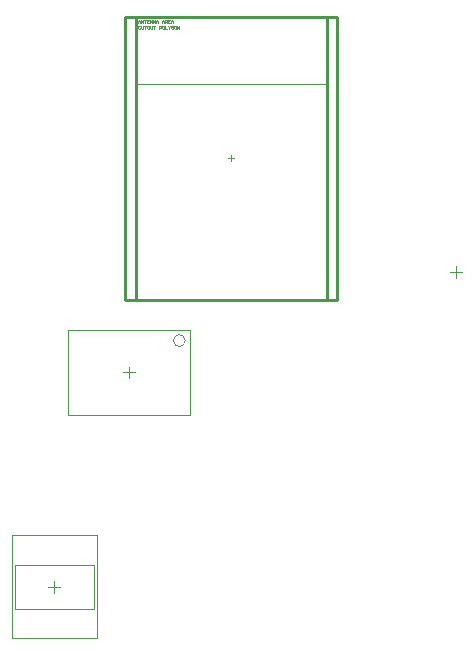
<source format=gm1>
G04 Layer_Color=16711935*
%FSLAX25Y25*%
%MOIN*%
G70*
G01*
G75*
%ADD18C,0.00394*%
%ADD19C,0.01000*%
%ADD20C,0.00200*%
%ADD21C,0.00197*%
D18*
X98701Y103630D02*
G03*
X98701Y103630I-1969J0D01*
G01*
X41811Y14279D02*
X68189D01*
X41811Y28886D02*
X68189D01*
X41811Y14279D02*
Y28886D01*
X68189Y14279D02*
Y28886D01*
X59724Y107173D02*
X100276D01*
X59724Y78827D02*
X100276D01*
Y107173D01*
X59724Y78827D02*
Y107173D01*
X55000Y19614D02*
Y23551D01*
X53031Y21583D02*
X56969D01*
X80000Y91032D02*
Y94969D01*
X78032Y93000D02*
X81969D01*
X187032Y126500D02*
X190969D01*
X189000Y124531D02*
Y128469D01*
X113980Y163333D02*
Y165333D01*
X112980Y164333D02*
X114980D01*
D19*
X82155Y117208D02*
X145806D01*
Y211458D01*
X82155D02*
X145806D01*
X82155Y117208D02*
Y211458D01*
X78646Y117208D02*
Y211458D01*
X149315D01*
Y117208D02*
Y211458D01*
X78646Y117208D02*
X149315D01*
D20*
X81984Y189238D02*
Y211500D01*
X145984D01*
Y189238D02*
Y211500D01*
X81984Y189238D02*
X145984D01*
X83651Y208333D02*
X83484Y208500D01*
X83151D01*
X82984Y208333D01*
Y207667D01*
X83151Y207500D01*
X83484D01*
X83651Y207667D01*
X83984Y208500D02*
Y207667D01*
X84150Y207500D01*
X84484D01*
X84650Y207667D01*
Y208500D01*
X84984D02*
X85650D01*
X85317D01*
Y207500D01*
X86483Y208500D02*
X86150D01*
X85983Y208333D01*
Y207667D01*
X86150Y207500D01*
X86483D01*
X86650Y207667D01*
Y208333D01*
X86483Y208500D01*
X86983D02*
Y207667D01*
X87150Y207500D01*
X87483D01*
X87649Y207667D01*
Y208500D01*
X87983D02*
X88649D01*
X88316D01*
Y207500D01*
X89982D02*
Y208500D01*
X90482D01*
X90649Y208333D01*
Y208000D01*
X90482Y207833D01*
X89982D01*
X91482Y208500D02*
X91148D01*
X90982Y208333D01*
Y207667D01*
X91148Y207500D01*
X91482D01*
X91648Y207667D01*
Y208333D01*
X91482Y208500D01*
X91981D02*
Y207500D01*
X92648D01*
X92981Y208500D02*
Y208333D01*
X93314Y208000D01*
X93647Y208333D01*
Y208500D01*
X93314Y208000D02*
Y207500D01*
X94647Y208333D02*
X94481Y208500D01*
X94147D01*
X93981Y208333D01*
Y207667D01*
X94147Y207500D01*
X94481D01*
X94647Y207667D01*
Y208000D01*
X94314D01*
X95480Y208500D02*
X95147D01*
X94980Y208333D01*
Y207667D01*
X95147Y207500D01*
X95480D01*
X95647Y207667D01*
Y208333D01*
X95480Y208500D01*
X95980Y207500D02*
Y208500D01*
X96646Y207500D01*
Y208500D01*
X82984Y209500D02*
Y210167D01*
X83318Y210500D01*
X83651Y210167D01*
Y209500D01*
Y210000D01*
X82984D01*
X83984Y209500D02*
Y210500D01*
X84650Y209500D01*
Y210500D01*
X84984D02*
X85650D01*
X85317D01*
Y209500D01*
X86650Y210500D02*
X85983D01*
Y209500D01*
X86650D01*
X85983Y210000D02*
X86317D01*
X86983Y209500D02*
Y210500D01*
X87649Y209500D01*
Y210500D01*
X87983Y209500D02*
Y210500D01*
X88649Y209500D01*
Y210500D01*
X88982Y209500D02*
Y210167D01*
X89316Y210500D01*
X89649Y210167D01*
Y209500D01*
Y210000D01*
X88982D01*
X90982Y209500D02*
Y210167D01*
X91315Y210500D01*
X91648Y210167D01*
Y209500D01*
Y210000D01*
X90982D01*
X91981Y209500D02*
Y210500D01*
X92481D01*
X92648Y210333D01*
Y210000D01*
X92481Y209833D01*
X91981D01*
X92315D02*
X92648Y209500D01*
X93647Y210500D02*
X92981D01*
Y209500D01*
X93647D01*
X92981Y210000D02*
X93314D01*
X93981Y209500D02*
Y210167D01*
X94314Y210500D01*
X94647Y210167D01*
Y209500D01*
Y210000D01*
X93981D01*
D21*
X40827Y4457D02*
X69173D01*
X40827Y38709D02*
X69173D01*
X40827Y4457D02*
Y38709D01*
X69173Y4457D02*
Y38709D01*
M02*

</source>
